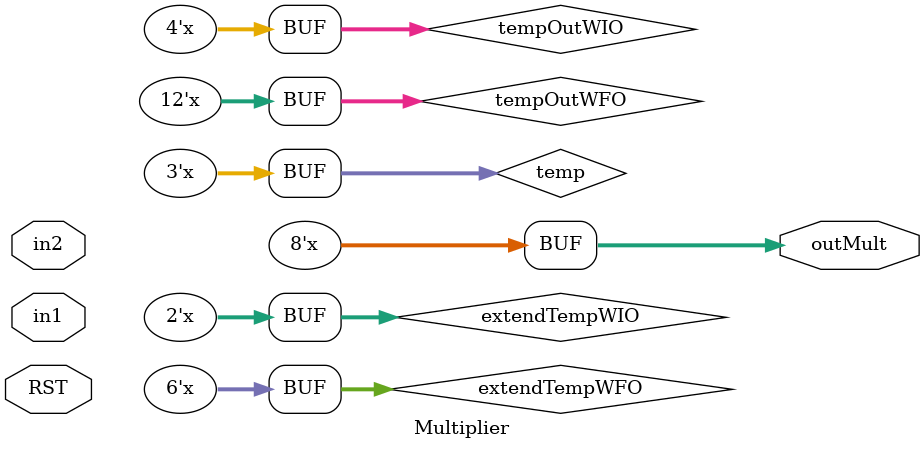
<source format=v>
`timescale 1ns / 1ps

module Multiplier #(parameter WI1 = 2, WF1 = 6,
                                  WI2 = 2, WF2 = 6, 
                                  WIO = 2, WFO = 6)
    (input RST,
     input signed [WI1+WF1-1:0] in1,
     input signed [WI2+WF2-1:0] in2,
     output reg signed [WIO+WFO-1:0] outMult
     );

     reg [WI1+WI2+WF1+WF2-1 : 0] tempMult;
     reg [WI1+WI2-1 : 0] tempOutWIO;//[12:0]
     reg [WF1+WF2-1 : 0] tempOutWFO;//[6:0]
     reg [WIO-1 : 0] extendTempWIO;
     reg [WFO-1 : 0] extendTempWFO;
     reg [WI1+WI2-WIO : 0] temp; 
     reg signOut;
     reg OVF;
            
     always@* begin
        if(RST) begin
            outMult <= 0;
        end
          
         tempMult <= in1 * in2;

         tempOutWIO <= tempMult[WI1+WI2+WF1+WF2-1 : WF1+WF2];
         tempOutWFO <= tempMult[WF1+WF2-1 : 0];
         
        //case 1
        if(WIO > WI1+WI2+1) begin
            extendTempWIO <= $signed(tempOutWIO);
            OVF <= 0;
        end
        if(WFO > WF1+WF2+1) begin
            extendTempWFO <= {tempOutWFO,{(WFO - WF1+WF2){1'b0}}};
        end//end case 1
        
        //case 2
        if(WIO == WI1+WI2+1) begin
            extendTempWIO <= tempOutWIO[WI1+WI2 : 0];
            
            //check if in1/in2 had matching MSB and MSB of tempOut was oposite for OVF
            if((in1[WI1+WF1-1] & in2[WI2+WF2 -1]& ~tempMult[WI1+WI2+WF1+WF2-1]) || 
                 (~in1[WI1+WF1-1] & ~in2[WI2+WF2 -1] & tempMult[WI1+WI2+WF1+WF2-1])) begin 
                    OVF=1;
                 end
                 else begin
                    OVF=0;
                 end
        end
        if(WFO == WF1+WF2+1) begin
            extendTempWFO <= tempOutWFO[WF1+WF2-1 : 0];
        end
        
        //case 3
        if(WIO < WI1+WI2+1) begin
            temp <= tempOutWIO[WI1+WI2-1 : WIO-1];
            extendTempWIO <= {tempOutWIO[WI1+WI2-1], tempOutWIO[WIO-2 : 0]};
            
            if(((&temp) == 1) || (~(|temp) == 1)) begin
                OVF <= 0;
            end
            else begin
            OVF <= 1;
            end
        end
        if(WFO < WF1+WF2+1) begin
            extendTempWFO <= tempOutWFO[WF1+WF2-1 -: WFO];
        end//end case 3
         
         outMult = {extendTempWIO , extendTempWFO};
     end
      
endmodule

</source>
